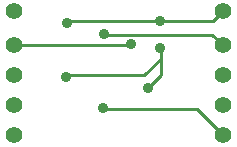
<source format=gbl>
G04 (created by PCBNEW (2013-07-07 BZR 4022)-stable) date 9/11/2014 4:32:56 PM*
%MOIN*%
G04 Gerber Fmt 3.4, Leading zero omitted, Abs format*
%FSLAX34Y34*%
G01*
G70*
G90*
G04 APERTURE LIST*
%ADD10C,0.00590551*%
%ADD11C,0.055*%
%ADD12C,0.035*%
%ADD13C,0.01*%
G04 APERTURE END LIST*
G54D10*
G54D11*
X77655Y-56730D03*
X77655Y-57730D03*
X77655Y-58730D03*
X77655Y-59730D03*
X84626Y-59730D03*
X84626Y-58730D03*
X84626Y-57730D03*
X84626Y-56730D03*
X84626Y-55601D03*
X77660Y-55601D03*
G54D12*
X80645Y-56365D03*
X81550Y-56705D03*
X80635Y-58825D03*
X82510Y-55935D03*
X79410Y-55995D03*
X79395Y-57780D03*
X82125Y-58140D03*
X82515Y-56835D03*
G54D13*
X84145Y-56375D02*
X84271Y-56375D01*
X80645Y-56365D02*
X80655Y-56375D01*
X80655Y-56375D02*
X84145Y-56375D01*
X84271Y-56375D02*
X84626Y-56730D01*
X81525Y-56730D02*
X77655Y-56730D01*
X81550Y-56705D02*
X81525Y-56730D01*
X83766Y-58870D02*
X84626Y-59730D01*
X80680Y-58870D02*
X83766Y-58870D01*
X80635Y-58825D02*
X80680Y-58870D01*
X82510Y-55935D02*
X84292Y-55935D01*
X84292Y-55935D02*
X84626Y-55601D01*
X79470Y-55935D02*
X82510Y-55935D01*
X79410Y-55995D02*
X79470Y-55935D01*
X81990Y-57735D02*
X82545Y-57180D01*
X79440Y-57735D02*
X81990Y-57735D01*
X79395Y-57780D02*
X79440Y-57735D01*
X82125Y-58140D02*
X82545Y-57720D01*
X82545Y-57720D02*
X82545Y-57180D01*
X82545Y-57180D02*
X82545Y-56865D01*
X82545Y-56865D02*
X82515Y-56835D01*
M02*

</source>
